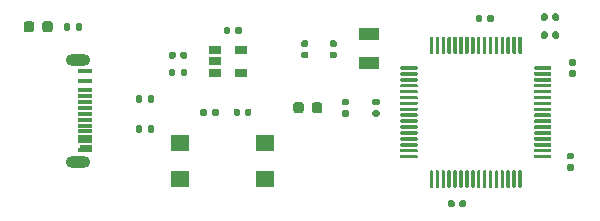
<source format=gtp>
%TF.GenerationSoftware,KiCad,Pcbnew,5.1.9+dfsg1-1*%
%TF.CreationDate,2022-01-14T18:58:44-05:00*%
%TF.ProjectId,samd51j18a,73616d64-3531-46a3-9138-612e6b696361,rev?*%
%TF.SameCoordinates,Original*%
%TF.FileFunction,Paste,Top*%
%TF.FilePolarity,Positive*%
%FSLAX46Y46*%
G04 Gerber Fmt 4.6, Leading zero omitted, Abs format (unit mm)*
G04 Created by KiCad (PCBNEW 5.1.9+dfsg1-1) date 2022-01-14 18:58:44*
%MOMM*%
%LPD*%
G01*
G04 APERTURE LIST*
%ADD10R,1.150000X0.300000*%
%ADD11O,2.100000X1.000000*%
%ADD12R,1.086500X0.300000*%
%ADD13R,1.800000X1.000000*%
%ADD14R,1.060000X0.650000*%
%ADD15R,1.600000X1.400000*%
G04 APERTURE END LIST*
D10*
%TO.C,USB C*%
X107140000Y-78089500D03*
X107140000Y-77289500D03*
D11*
X106565000Y-70419500D03*
X106565000Y-79059500D03*
D10*
X107140000Y-76489500D03*
X107140000Y-75989500D03*
X107140000Y-75489500D03*
X107140000Y-74989500D03*
X107140000Y-74489500D03*
X107140000Y-73989500D03*
X107140000Y-73489500D03*
X107140000Y-72989500D03*
D12*
X107171750Y-77789500D03*
D10*
X107140000Y-76989500D03*
X107140000Y-72189500D03*
X107140000Y-71389500D03*
%TD*%
D13*
%TO.C,Y1*%
X131127500Y-70719000D03*
X131127500Y-68219000D03*
%TD*%
D14*
%TO.C,U2*%
X120289500Y-69598500D03*
X120289500Y-71498500D03*
X118089500Y-71498500D03*
X118089500Y-70548500D03*
X118089500Y-69598500D03*
%TD*%
%TO.C,U1*%
G36*
G01*
X136308000Y-69866500D02*
X136308000Y-68541500D01*
G75*
G02*
X136383000Y-68466500I75000J0D01*
G01*
X136533000Y-68466500D01*
G75*
G02*
X136608000Y-68541500I0J-75000D01*
G01*
X136608000Y-69866500D01*
G75*
G02*
X136533000Y-69941500I-75000J0D01*
G01*
X136383000Y-69941500D01*
G75*
G02*
X136308000Y-69866500I0J75000D01*
G01*
G37*
G36*
G01*
X136808000Y-69866500D02*
X136808000Y-68541500D01*
G75*
G02*
X136883000Y-68466500I75000J0D01*
G01*
X137033000Y-68466500D01*
G75*
G02*
X137108000Y-68541500I0J-75000D01*
G01*
X137108000Y-69866500D01*
G75*
G02*
X137033000Y-69941500I-75000J0D01*
G01*
X136883000Y-69941500D01*
G75*
G02*
X136808000Y-69866500I0J75000D01*
G01*
G37*
G36*
G01*
X137308000Y-69866500D02*
X137308000Y-68541500D01*
G75*
G02*
X137383000Y-68466500I75000J0D01*
G01*
X137533000Y-68466500D01*
G75*
G02*
X137608000Y-68541500I0J-75000D01*
G01*
X137608000Y-69866500D01*
G75*
G02*
X137533000Y-69941500I-75000J0D01*
G01*
X137383000Y-69941500D01*
G75*
G02*
X137308000Y-69866500I0J75000D01*
G01*
G37*
G36*
G01*
X137808000Y-69866500D02*
X137808000Y-68541500D01*
G75*
G02*
X137883000Y-68466500I75000J0D01*
G01*
X138033000Y-68466500D01*
G75*
G02*
X138108000Y-68541500I0J-75000D01*
G01*
X138108000Y-69866500D01*
G75*
G02*
X138033000Y-69941500I-75000J0D01*
G01*
X137883000Y-69941500D01*
G75*
G02*
X137808000Y-69866500I0J75000D01*
G01*
G37*
G36*
G01*
X138308000Y-69866500D02*
X138308000Y-68541500D01*
G75*
G02*
X138383000Y-68466500I75000J0D01*
G01*
X138533000Y-68466500D01*
G75*
G02*
X138608000Y-68541500I0J-75000D01*
G01*
X138608000Y-69866500D01*
G75*
G02*
X138533000Y-69941500I-75000J0D01*
G01*
X138383000Y-69941500D01*
G75*
G02*
X138308000Y-69866500I0J75000D01*
G01*
G37*
G36*
G01*
X138808000Y-69866500D02*
X138808000Y-68541500D01*
G75*
G02*
X138883000Y-68466500I75000J0D01*
G01*
X139033000Y-68466500D01*
G75*
G02*
X139108000Y-68541500I0J-75000D01*
G01*
X139108000Y-69866500D01*
G75*
G02*
X139033000Y-69941500I-75000J0D01*
G01*
X138883000Y-69941500D01*
G75*
G02*
X138808000Y-69866500I0J75000D01*
G01*
G37*
G36*
G01*
X139308000Y-69866500D02*
X139308000Y-68541500D01*
G75*
G02*
X139383000Y-68466500I75000J0D01*
G01*
X139533000Y-68466500D01*
G75*
G02*
X139608000Y-68541500I0J-75000D01*
G01*
X139608000Y-69866500D01*
G75*
G02*
X139533000Y-69941500I-75000J0D01*
G01*
X139383000Y-69941500D01*
G75*
G02*
X139308000Y-69866500I0J75000D01*
G01*
G37*
G36*
G01*
X139808000Y-69866500D02*
X139808000Y-68541500D01*
G75*
G02*
X139883000Y-68466500I75000J0D01*
G01*
X140033000Y-68466500D01*
G75*
G02*
X140108000Y-68541500I0J-75000D01*
G01*
X140108000Y-69866500D01*
G75*
G02*
X140033000Y-69941500I-75000J0D01*
G01*
X139883000Y-69941500D01*
G75*
G02*
X139808000Y-69866500I0J75000D01*
G01*
G37*
G36*
G01*
X140308000Y-69866500D02*
X140308000Y-68541500D01*
G75*
G02*
X140383000Y-68466500I75000J0D01*
G01*
X140533000Y-68466500D01*
G75*
G02*
X140608000Y-68541500I0J-75000D01*
G01*
X140608000Y-69866500D01*
G75*
G02*
X140533000Y-69941500I-75000J0D01*
G01*
X140383000Y-69941500D01*
G75*
G02*
X140308000Y-69866500I0J75000D01*
G01*
G37*
G36*
G01*
X140808000Y-69866500D02*
X140808000Y-68541500D01*
G75*
G02*
X140883000Y-68466500I75000J0D01*
G01*
X141033000Y-68466500D01*
G75*
G02*
X141108000Y-68541500I0J-75000D01*
G01*
X141108000Y-69866500D01*
G75*
G02*
X141033000Y-69941500I-75000J0D01*
G01*
X140883000Y-69941500D01*
G75*
G02*
X140808000Y-69866500I0J75000D01*
G01*
G37*
G36*
G01*
X141308000Y-69866500D02*
X141308000Y-68541500D01*
G75*
G02*
X141383000Y-68466500I75000J0D01*
G01*
X141533000Y-68466500D01*
G75*
G02*
X141608000Y-68541500I0J-75000D01*
G01*
X141608000Y-69866500D01*
G75*
G02*
X141533000Y-69941500I-75000J0D01*
G01*
X141383000Y-69941500D01*
G75*
G02*
X141308000Y-69866500I0J75000D01*
G01*
G37*
G36*
G01*
X141808000Y-69866500D02*
X141808000Y-68541500D01*
G75*
G02*
X141883000Y-68466500I75000J0D01*
G01*
X142033000Y-68466500D01*
G75*
G02*
X142108000Y-68541500I0J-75000D01*
G01*
X142108000Y-69866500D01*
G75*
G02*
X142033000Y-69941500I-75000J0D01*
G01*
X141883000Y-69941500D01*
G75*
G02*
X141808000Y-69866500I0J75000D01*
G01*
G37*
G36*
G01*
X142308000Y-69866500D02*
X142308000Y-68541500D01*
G75*
G02*
X142383000Y-68466500I75000J0D01*
G01*
X142533000Y-68466500D01*
G75*
G02*
X142608000Y-68541500I0J-75000D01*
G01*
X142608000Y-69866500D01*
G75*
G02*
X142533000Y-69941500I-75000J0D01*
G01*
X142383000Y-69941500D01*
G75*
G02*
X142308000Y-69866500I0J75000D01*
G01*
G37*
G36*
G01*
X142808000Y-69866500D02*
X142808000Y-68541500D01*
G75*
G02*
X142883000Y-68466500I75000J0D01*
G01*
X143033000Y-68466500D01*
G75*
G02*
X143108000Y-68541500I0J-75000D01*
G01*
X143108000Y-69866500D01*
G75*
G02*
X143033000Y-69941500I-75000J0D01*
G01*
X142883000Y-69941500D01*
G75*
G02*
X142808000Y-69866500I0J75000D01*
G01*
G37*
G36*
G01*
X143308000Y-69866500D02*
X143308000Y-68541500D01*
G75*
G02*
X143383000Y-68466500I75000J0D01*
G01*
X143533000Y-68466500D01*
G75*
G02*
X143608000Y-68541500I0J-75000D01*
G01*
X143608000Y-69866500D01*
G75*
G02*
X143533000Y-69941500I-75000J0D01*
G01*
X143383000Y-69941500D01*
G75*
G02*
X143308000Y-69866500I0J75000D01*
G01*
G37*
G36*
G01*
X143808000Y-69866500D02*
X143808000Y-68541500D01*
G75*
G02*
X143883000Y-68466500I75000J0D01*
G01*
X144033000Y-68466500D01*
G75*
G02*
X144108000Y-68541500I0J-75000D01*
G01*
X144108000Y-69866500D01*
G75*
G02*
X144033000Y-69941500I-75000J0D01*
G01*
X143883000Y-69941500D01*
G75*
G02*
X143808000Y-69866500I0J75000D01*
G01*
G37*
G36*
G01*
X145133000Y-71191500D02*
X145133000Y-71041500D01*
G75*
G02*
X145208000Y-70966500I75000J0D01*
G01*
X146533000Y-70966500D01*
G75*
G02*
X146608000Y-71041500I0J-75000D01*
G01*
X146608000Y-71191500D01*
G75*
G02*
X146533000Y-71266500I-75000J0D01*
G01*
X145208000Y-71266500D01*
G75*
G02*
X145133000Y-71191500I0J75000D01*
G01*
G37*
G36*
G01*
X145133000Y-71691500D02*
X145133000Y-71541500D01*
G75*
G02*
X145208000Y-71466500I75000J0D01*
G01*
X146533000Y-71466500D01*
G75*
G02*
X146608000Y-71541500I0J-75000D01*
G01*
X146608000Y-71691500D01*
G75*
G02*
X146533000Y-71766500I-75000J0D01*
G01*
X145208000Y-71766500D01*
G75*
G02*
X145133000Y-71691500I0J75000D01*
G01*
G37*
G36*
G01*
X145133000Y-72191500D02*
X145133000Y-72041500D01*
G75*
G02*
X145208000Y-71966500I75000J0D01*
G01*
X146533000Y-71966500D01*
G75*
G02*
X146608000Y-72041500I0J-75000D01*
G01*
X146608000Y-72191500D01*
G75*
G02*
X146533000Y-72266500I-75000J0D01*
G01*
X145208000Y-72266500D01*
G75*
G02*
X145133000Y-72191500I0J75000D01*
G01*
G37*
G36*
G01*
X145133000Y-72691500D02*
X145133000Y-72541500D01*
G75*
G02*
X145208000Y-72466500I75000J0D01*
G01*
X146533000Y-72466500D01*
G75*
G02*
X146608000Y-72541500I0J-75000D01*
G01*
X146608000Y-72691500D01*
G75*
G02*
X146533000Y-72766500I-75000J0D01*
G01*
X145208000Y-72766500D01*
G75*
G02*
X145133000Y-72691500I0J75000D01*
G01*
G37*
G36*
G01*
X145133000Y-73191500D02*
X145133000Y-73041500D01*
G75*
G02*
X145208000Y-72966500I75000J0D01*
G01*
X146533000Y-72966500D01*
G75*
G02*
X146608000Y-73041500I0J-75000D01*
G01*
X146608000Y-73191500D01*
G75*
G02*
X146533000Y-73266500I-75000J0D01*
G01*
X145208000Y-73266500D01*
G75*
G02*
X145133000Y-73191500I0J75000D01*
G01*
G37*
G36*
G01*
X145133000Y-73691500D02*
X145133000Y-73541500D01*
G75*
G02*
X145208000Y-73466500I75000J0D01*
G01*
X146533000Y-73466500D01*
G75*
G02*
X146608000Y-73541500I0J-75000D01*
G01*
X146608000Y-73691500D01*
G75*
G02*
X146533000Y-73766500I-75000J0D01*
G01*
X145208000Y-73766500D01*
G75*
G02*
X145133000Y-73691500I0J75000D01*
G01*
G37*
G36*
G01*
X145133000Y-74191500D02*
X145133000Y-74041500D01*
G75*
G02*
X145208000Y-73966500I75000J0D01*
G01*
X146533000Y-73966500D01*
G75*
G02*
X146608000Y-74041500I0J-75000D01*
G01*
X146608000Y-74191500D01*
G75*
G02*
X146533000Y-74266500I-75000J0D01*
G01*
X145208000Y-74266500D01*
G75*
G02*
X145133000Y-74191500I0J75000D01*
G01*
G37*
G36*
G01*
X145133000Y-74691500D02*
X145133000Y-74541500D01*
G75*
G02*
X145208000Y-74466500I75000J0D01*
G01*
X146533000Y-74466500D01*
G75*
G02*
X146608000Y-74541500I0J-75000D01*
G01*
X146608000Y-74691500D01*
G75*
G02*
X146533000Y-74766500I-75000J0D01*
G01*
X145208000Y-74766500D01*
G75*
G02*
X145133000Y-74691500I0J75000D01*
G01*
G37*
G36*
G01*
X145133000Y-75191500D02*
X145133000Y-75041500D01*
G75*
G02*
X145208000Y-74966500I75000J0D01*
G01*
X146533000Y-74966500D01*
G75*
G02*
X146608000Y-75041500I0J-75000D01*
G01*
X146608000Y-75191500D01*
G75*
G02*
X146533000Y-75266500I-75000J0D01*
G01*
X145208000Y-75266500D01*
G75*
G02*
X145133000Y-75191500I0J75000D01*
G01*
G37*
G36*
G01*
X145133000Y-75691500D02*
X145133000Y-75541500D01*
G75*
G02*
X145208000Y-75466500I75000J0D01*
G01*
X146533000Y-75466500D01*
G75*
G02*
X146608000Y-75541500I0J-75000D01*
G01*
X146608000Y-75691500D01*
G75*
G02*
X146533000Y-75766500I-75000J0D01*
G01*
X145208000Y-75766500D01*
G75*
G02*
X145133000Y-75691500I0J75000D01*
G01*
G37*
G36*
G01*
X145133000Y-76191500D02*
X145133000Y-76041500D01*
G75*
G02*
X145208000Y-75966500I75000J0D01*
G01*
X146533000Y-75966500D01*
G75*
G02*
X146608000Y-76041500I0J-75000D01*
G01*
X146608000Y-76191500D01*
G75*
G02*
X146533000Y-76266500I-75000J0D01*
G01*
X145208000Y-76266500D01*
G75*
G02*
X145133000Y-76191500I0J75000D01*
G01*
G37*
G36*
G01*
X145133000Y-76691500D02*
X145133000Y-76541500D01*
G75*
G02*
X145208000Y-76466500I75000J0D01*
G01*
X146533000Y-76466500D01*
G75*
G02*
X146608000Y-76541500I0J-75000D01*
G01*
X146608000Y-76691500D01*
G75*
G02*
X146533000Y-76766500I-75000J0D01*
G01*
X145208000Y-76766500D01*
G75*
G02*
X145133000Y-76691500I0J75000D01*
G01*
G37*
G36*
G01*
X145133000Y-77191500D02*
X145133000Y-77041500D01*
G75*
G02*
X145208000Y-76966500I75000J0D01*
G01*
X146533000Y-76966500D01*
G75*
G02*
X146608000Y-77041500I0J-75000D01*
G01*
X146608000Y-77191500D01*
G75*
G02*
X146533000Y-77266500I-75000J0D01*
G01*
X145208000Y-77266500D01*
G75*
G02*
X145133000Y-77191500I0J75000D01*
G01*
G37*
G36*
G01*
X145133000Y-77691500D02*
X145133000Y-77541500D01*
G75*
G02*
X145208000Y-77466500I75000J0D01*
G01*
X146533000Y-77466500D01*
G75*
G02*
X146608000Y-77541500I0J-75000D01*
G01*
X146608000Y-77691500D01*
G75*
G02*
X146533000Y-77766500I-75000J0D01*
G01*
X145208000Y-77766500D01*
G75*
G02*
X145133000Y-77691500I0J75000D01*
G01*
G37*
G36*
G01*
X145133000Y-78191500D02*
X145133000Y-78041500D01*
G75*
G02*
X145208000Y-77966500I75000J0D01*
G01*
X146533000Y-77966500D01*
G75*
G02*
X146608000Y-78041500I0J-75000D01*
G01*
X146608000Y-78191500D01*
G75*
G02*
X146533000Y-78266500I-75000J0D01*
G01*
X145208000Y-78266500D01*
G75*
G02*
X145133000Y-78191500I0J75000D01*
G01*
G37*
G36*
G01*
X145133000Y-78691500D02*
X145133000Y-78541500D01*
G75*
G02*
X145208000Y-78466500I75000J0D01*
G01*
X146533000Y-78466500D01*
G75*
G02*
X146608000Y-78541500I0J-75000D01*
G01*
X146608000Y-78691500D01*
G75*
G02*
X146533000Y-78766500I-75000J0D01*
G01*
X145208000Y-78766500D01*
G75*
G02*
X145133000Y-78691500I0J75000D01*
G01*
G37*
G36*
G01*
X143808000Y-81191500D02*
X143808000Y-79866500D01*
G75*
G02*
X143883000Y-79791500I75000J0D01*
G01*
X144033000Y-79791500D01*
G75*
G02*
X144108000Y-79866500I0J-75000D01*
G01*
X144108000Y-81191500D01*
G75*
G02*
X144033000Y-81266500I-75000J0D01*
G01*
X143883000Y-81266500D01*
G75*
G02*
X143808000Y-81191500I0J75000D01*
G01*
G37*
G36*
G01*
X143308000Y-81191500D02*
X143308000Y-79866500D01*
G75*
G02*
X143383000Y-79791500I75000J0D01*
G01*
X143533000Y-79791500D01*
G75*
G02*
X143608000Y-79866500I0J-75000D01*
G01*
X143608000Y-81191500D01*
G75*
G02*
X143533000Y-81266500I-75000J0D01*
G01*
X143383000Y-81266500D01*
G75*
G02*
X143308000Y-81191500I0J75000D01*
G01*
G37*
G36*
G01*
X142808000Y-81191500D02*
X142808000Y-79866500D01*
G75*
G02*
X142883000Y-79791500I75000J0D01*
G01*
X143033000Y-79791500D01*
G75*
G02*
X143108000Y-79866500I0J-75000D01*
G01*
X143108000Y-81191500D01*
G75*
G02*
X143033000Y-81266500I-75000J0D01*
G01*
X142883000Y-81266500D01*
G75*
G02*
X142808000Y-81191500I0J75000D01*
G01*
G37*
G36*
G01*
X142308000Y-81191500D02*
X142308000Y-79866500D01*
G75*
G02*
X142383000Y-79791500I75000J0D01*
G01*
X142533000Y-79791500D01*
G75*
G02*
X142608000Y-79866500I0J-75000D01*
G01*
X142608000Y-81191500D01*
G75*
G02*
X142533000Y-81266500I-75000J0D01*
G01*
X142383000Y-81266500D01*
G75*
G02*
X142308000Y-81191500I0J75000D01*
G01*
G37*
G36*
G01*
X141808000Y-81191500D02*
X141808000Y-79866500D01*
G75*
G02*
X141883000Y-79791500I75000J0D01*
G01*
X142033000Y-79791500D01*
G75*
G02*
X142108000Y-79866500I0J-75000D01*
G01*
X142108000Y-81191500D01*
G75*
G02*
X142033000Y-81266500I-75000J0D01*
G01*
X141883000Y-81266500D01*
G75*
G02*
X141808000Y-81191500I0J75000D01*
G01*
G37*
G36*
G01*
X141308000Y-81191500D02*
X141308000Y-79866500D01*
G75*
G02*
X141383000Y-79791500I75000J0D01*
G01*
X141533000Y-79791500D01*
G75*
G02*
X141608000Y-79866500I0J-75000D01*
G01*
X141608000Y-81191500D01*
G75*
G02*
X141533000Y-81266500I-75000J0D01*
G01*
X141383000Y-81266500D01*
G75*
G02*
X141308000Y-81191500I0J75000D01*
G01*
G37*
G36*
G01*
X140808000Y-81191500D02*
X140808000Y-79866500D01*
G75*
G02*
X140883000Y-79791500I75000J0D01*
G01*
X141033000Y-79791500D01*
G75*
G02*
X141108000Y-79866500I0J-75000D01*
G01*
X141108000Y-81191500D01*
G75*
G02*
X141033000Y-81266500I-75000J0D01*
G01*
X140883000Y-81266500D01*
G75*
G02*
X140808000Y-81191500I0J75000D01*
G01*
G37*
G36*
G01*
X140308000Y-81191500D02*
X140308000Y-79866500D01*
G75*
G02*
X140383000Y-79791500I75000J0D01*
G01*
X140533000Y-79791500D01*
G75*
G02*
X140608000Y-79866500I0J-75000D01*
G01*
X140608000Y-81191500D01*
G75*
G02*
X140533000Y-81266500I-75000J0D01*
G01*
X140383000Y-81266500D01*
G75*
G02*
X140308000Y-81191500I0J75000D01*
G01*
G37*
G36*
G01*
X139808000Y-81191500D02*
X139808000Y-79866500D01*
G75*
G02*
X139883000Y-79791500I75000J0D01*
G01*
X140033000Y-79791500D01*
G75*
G02*
X140108000Y-79866500I0J-75000D01*
G01*
X140108000Y-81191500D01*
G75*
G02*
X140033000Y-81266500I-75000J0D01*
G01*
X139883000Y-81266500D01*
G75*
G02*
X139808000Y-81191500I0J75000D01*
G01*
G37*
G36*
G01*
X139308000Y-81191500D02*
X139308000Y-79866500D01*
G75*
G02*
X139383000Y-79791500I75000J0D01*
G01*
X139533000Y-79791500D01*
G75*
G02*
X139608000Y-79866500I0J-75000D01*
G01*
X139608000Y-81191500D01*
G75*
G02*
X139533000Y-81266500I-75000J0D01*
G01*
X139383000Y-81266500D01*
G75*
G02*
X139308000Y-81191500I0J75000D01*
G01*
G37*
G36*
G01*
X138808000Y-81191500D02*
X138808000Y-79866500D01*
G75*
G02*
X138883000Y-79791500I75000J0D01*
G01*
X139033000Y-79791500D01*
G75*
G02*
X139108000Y-79866500I0J-75000D01*
G01*
X139108000Y-81191500D01*
G75*
G02*
X139033000Y-81266500I-75000J0D01*
G01*
X138883000Y-81266500D01*
G75*
G02*
X138808000Y-81191500I0J75000D01*
G01*
G37*
G36*
G01*
X138308000Y-81191500D02*
X138308000Y-79866500D01*
G75*
G02*
X138383000Y-79791500I75000J0D01*
G01*
X138533000Y-79791500D01*
G75*
G02*
X138608000Y-79866500I0J-75000D01*
G01*
X138608000Y-81191500D01*
G75*
G02*
X138533000Y-81266500I-75000J0D01*
G01*
X138383000Y-81266500D01*
G75*
G02*
X138308000Y-81191500I0J75000D01*
G01*
G37*
G36*
G01*
X137808000Y-81191500D02*
X137808000Y-79866500D01*
G75*
G02*
X137883000Y-79791500I75000J0D01*
G01*
X138033000Y-79791500D01*
G75*
G02*
X138108000Y-79866500I0J-75000D01*
G01*
X138108000Y-81191500D01*
G75*
G02*
X138033000Y-81266500I-75000J0D01*
G01*
X137883000Y-81266500D01*
G75*
G02*
X137808000Y-81191500I0J75000D01*
G01*
G37*
G36*
G01*
X137308000Y-81191500D02*
X137308000Y-79866500D01*
G75*
G02*
X137383000Y-79791500I75000J0D01*
G01*
X137533000Y-79791500D01*
G75*
G02*
X137608000Y-79866500I0J-75000D01*
G01*
X137608000Y-81191500D01*
G75*
G02*
X137533000Y-81266500I-75000J0D01*
G01*
X137383000Y-81266500D01*
G75*
G02*
X137308000Y-81191500I0J75000D01*
G01*
G37*
G36*
G01*
X136808000Y-81191500D02*
X136808000Y-79866500D01*
G75*
G02*
X136883000Y-79791500I75000J0D01*
G01*
X137033000Y-79791500D01*
G75*
G02*
X137108000Y-79866500I0J-75000D01*
G01*
X137108000Y-81191500D01*
G75*
G02*
X137033000Y-81266500I-75000J0D01*
G01*
X136883000Y-81266500D01*
G75*
G02*
X136808000Y-81191500I0J75000D01*
G01*
G37*
G36*
G01*
X136308000Y-81191500D02*
X136308000Y-79866500D01*
G75*
G02*
X136383000Y-79791500I75000J0D01*
G01*
X136533000Y-79791500D01*
G75*
G02*
X136608000Y-79866500I0J-75000D01*
G01*
X136608000Y-81191500D01*
G75*
G02*
X136533000Y-81266500I-75000J0D01*
G01*
X136383000Y-81266500D01*
G75*
G02*
X136308000Y-81191500I0J75000D01*
G01*
G37*
G36*
G01*
X133808000Y-78691500D02*
X133808000Y-78541500D01*
G75*
G02*
X133883000Y-78466500I75000J0D01*
G01*
X135208000Y-78466500D01*
G75*
G02*
X135283000Y-78541500I0J-75000D01*
G01*
X135283000Y-78691500D01*
G75*
G02*
X135208000Y-78766500I-75000J0D01*
G01*
X133883000Y-78766500D01*
G75*
G02*
X133808000Y-78691500I0J75000D01*
G01*
G37*
G36*
G01*
X133808000Y-78191500D02*
X133808000Y-78041500D01*
G75*
G02*
X133883000Y-77966500I75000J0D01*
G01*
X135208000Y-77966500D01*
G75*
G02*
X135283000Y-78041500I0J-75000D01*
G01*
X135283000Y-78191500D01*
G75*
G02*
X135208000Y-78266500I-75000J0D01*
G01*
X133883000Y-78266500D01*
G75*
G02*
X133808000Y-78191500I0J75000D01*
G01*
G37*
G36*
G01*
X133808000Y-77691500D02*
X133808000Y-77541500D01*
G75*
G02*
X133883000Y-77466500I75000J0D01*
G01*
X135208000Y-77466500D01*
G75*
G02*
X135283000Y-77541500I0J-75000D01*
G01*
X135283000Y-77691500D01*
G75*
G02*
X135208000Y-77766500I-75000J0D01*
G01*
X133883000Y-77766500D01*
G75*
G02*
X133808000Y-77691500I0J75000D01*
G01*
G37*
G36*
G01*
X133808000Y-77191500D02*
X133808000Y-77041500D01*
G75*
G02*
X133883000Y-76966500I75000J0D01*
G01*
X135208000Y-76966500D01*
G75*
G02*
X135283000Y-77041500I0J-75000D01*
G01*
X135283000Y-77191500D01*
G75*
G02*
X135208000Y-77266500I-75000J0D01*
G01*
X133883000Y-77266500D01*
G75*
G02*
X133808000Y-77191500I0J75000D01*
G01*
G37*
G36*
G01*
X133808000Y-76691500D02*
X133808000Y-76541500D01*
G75*
G02*
X133883000Y-76466500I75000J0D01*
G01*
X135208000Y-76466500D01*
G75*
G02*
X135283000Y-76541500I0J-75000D01*
G01*
X135283000Y-76691500D01*
G75*
G02*
X135208000Y-76766500I-75000J0D01*
G01*
X133883000Y-76766500D01*
G75*
G02*
X133808000Y-76691500I0J75000D01*
G01*
G37*
G36*
G01*
X133808000Y-76191500D02*
X133808000Y-76041500D01*
G75*
G02*
X133883000Y-75966500I75000J0D01*
G01*
X135208000Y-75966500D01*
G75*
G02*
X135283000Y-76041500I0J-75000D01*
G01*
X135283000Y-76191500D01*
G75*
G02*
X135208000Y-76266500I-75000J0D01*
G01*
X133883000Y-76266500D01*
G75*
G02*
X133808000Y-76191500I0J75000D01*
G01*
G37*
G36*
G01*
X133808000Y-75691500D02*
X133808000Y-75541500D01*
G75*
G02*
X133883000Y-75466500I75000J0D01*
G01*
X135208000Y-75466500D01*
G75*
G02*
X135283000Y-75541500I0J-75000D01*
G01*
X135283000Y-75691500D01*
G75*
G02*
X135208000Y-75766500I-75000J0D01*
G01*
X133883000Y-75766500D01*
G75*
G02*
X133808000Y-75691500I0J75000D01*
G01*
G37*
G36*
G01*
X133808000Y-75191500D02*
X133808000Y-75041500D01*
G75*
G02*
X133883000Y-74966500I75000J0D01*
G01*
X135208000Y-74966500D01*
G75*
G02*
X135283000Y-75041500I0J-75000D01*
G01*
X135283000Y-75191500D01*
G75*
G02*
X135208000Y-75266500I-75000J0D01*
G01*
X133883000Y-75266500D01*
G75*
G02*
X133808000Y-75191500I0J75000D01*
G01*
G37*
G36*
G01*
X133808000Y-74691500D02*
X133808000Y-74541500D01*
G75*
G02*
X133883000Y-74466500I75000J0D01*
G01*
X135208000Y-74466500D01*
G75*
G02*
X135283000Y-74541500I0J-75000D01*
G01*
X135283000Y-74691500D01*
G75*
G02*
X135208000Y-74766500I-75000J0D01*
G01*
X133883000Y-74766500D01*
G75*
G02*
X133808000Y-74691500I0J75000D01*
G01*
G37*
G36*
G01*
X133808000Y-74191500D02*
X133808000Y-74041500D01*
G75*
G02*
X133883000Y-73966500I75000J0D01*
G01*
X135208000Y-73966500D01*
G75*
G02*
X135283000Y-74041500I0J-75000D01*
G01*
X135283000Y-74191500D01*
G75*
G02*
X135208000Y-74266500I-75000J0D01*
G01*
X133883000Y-74266500D01*
G75*
G02*
X133808000Y-74191500I0J75000D01*
G01*
G37*
G36*
G01*
X133808000Y-73691500D02*
X133808000Y-73541500D01*
G75*
G02*
X133883000Y-73466500I75000J0D01*
G01*
X135208000Y-73466500D01*
G75*
G02*
X135283000Y-73541500I0J-75000D01*
G01*
X135283000Y-73691500D01*
G75*
G02*
X135208000Y-73766500I-75000J0D01*
G01*
X133883000Y-73766500D01*
G75*
G02*
X133808000Y-73691500I0J75000D01*
G01*
G37*
G36*
G01*
X133808000Y-73191500D02*
X133808000Y-73041500D01*
G75*
G02*
X133883000Y-72966500I75000J0D01*
G01*
X135208000Y-72966500D01*
G75*
G02*
X135283000Y-73041500I0J-75000D01*
G01*
X135283000Y-73191500D01*
G75*
G02*
X135208000Y-73266500I-75000J0D01*
G01*
X133883000Y-73266500D01*
G75*
G02*
X133808000Y-73191500I0J75000D01*
G01*
G37*
G36*
G01*
X133808000Y-72691500D02*
X133808000Y-72541500D01*
G75*
G02*
X133883000Y-72466500I75000J0D01*
G01*
X135208000Y-72466500D01*
G75*
G02*
X135283000Y-72541500I0J-75000D01*
G01*
X135283000Y-72691500D01*
G75*
G02*
X135208000Y-72766500I-75000J0D01*
G01*
X133883000Y-72766500D01*
G75*
G02*
X133808000Y-72691500I0J75000D01*
G01*
G37*
G36*
G01*
X133808000Y-72191500D02*
X133808000Y-72041500D01*
G75*
G02*
X133883000Y-71966500I75000J0D01*
G01*
X135208000Y-71966500D01*
G75*
G02*
X135283000Y-72041500I0J-75000D01*
G01*
X135283000Y-72191500D01*
G75*
G02*
X135208000Y-72266500I-75000J0D01*
G01*
X133883000Y-72266500D01*
G75*
G02*
X133808000Y-72191500I0J75000D01*
G01*
G37*
G36*
G01*
X133808000Y-71691500D02*
X133808000Y-71541500D01*
G75*
G02*
X133883000Y-71466500I75000J0D01*
G01*
X135208000Y-71466500D01*
G75*
G02*
X135283000Y-71541500I0J-75000D01*
G01*
X135283000Y-71691500D01*
G75*
G02*
X135208000Y-71766500I-75000J0D01*
G01*
X133883000Y-71766500D01*
G75*
G02*
X133808000Y-71691500I0J75000D01*
G01*
G37*
G36*
G01*
X133808000Y-71191500D02*
X133808000Y-71041500D01*
G75*
G02*
X133883000Y-70966500I75000J0D01*
G01*
X135208000Y-70966500D01*
G75*
G02*
X135283000Y-71041500I0J-75000D01*
G01*
X135283000Y-71191500D01*
G75*
G02*
X135208000Y-71266500I-75000J0D01*
G01*
X133883000Y-71266500D01*
G75*
G02*
X133808000Y-71191500I0J75000D01*
G01*
G37*
%TD*%
D15*
%TO.C,RESET*%
X122368500Y-80480000D03*
X115168500Y-80480000D03*
X122368500Y-77480000D03*
X115168500Y-77480000D03*
%TD*%
%TO.C,R5*%
G36*
G01*
X117905500Y-75051500D02*
X117905500Y-74681500D01*
G75*
G02*
X118040500Y-74546500I135000J0D01*
G01*
X118310500Y-74546500D01*
G75*
G02*
X118445500Y-74681500I0J-135000D01*
G01*
X118445500Y-75051500D01*
G75*
G02*
X118310500Y-75186500I-135000J0D01*
G01*
X118040500Y-75186500D01*
G75*
G02*
X117905500Y-75051500I0J135000D01*
G01*
G37*
G36*
G01*
X116885500Y-75051500D02*
X116885500Y-74681500D01*
G75*
G02*
X117020500Y-74546500I135000J0D01*
G01*
X117290500Y-74546500D01*
G75*
G02*
X117425500Y-74681500I0J-135000D01*
G01*
X117425500Y-75051500D01*
G75*
G02*
X117290500Y-75186500I-135000J0D01*
G01*
X117020500Y-75186500D01*
G75*
G02*
X116885500Y-75051500I0J135000D01*
G01*
G37*
%TD*%
%TO.C,R4*%
G36*
G01*
X105868500Y-67442500D02*
X105868500Y-67812500D01*
G75*
G02*
X105733500Y-67947500I-135000J0D01*
G01*
X105463500Y-67947500D01*
G75*
G02*
X105328500Y-67812500I0J135000D01*
G01*
X105328500Y-67442500D01*
G75*
G02*
X105463500Y-67307500I135000J0D01*
G01*
X105733500Y-67307500D01*
G75*
G02*
X105868500Y-67442500I0J-135000D01*
G01*
G37*
G36*
G01*
X106888500Y-67442500D02*
X106888500Y-67812500D01*
G75*
G02*
X106753500Y-67947500I-135000J0D01*
G01*
X106483500Y-67947500D01*
G75*
G02*
X106348500Y-67812500I0J135000D01*
G01*
X106348500Y-67442500D01*
G75*
G02*
X106483500Y-67307500I135000J0D01*
G01*
X106753500Y-67307500D01*
G75*
G02*
X106888500Y-67442500I0J-135000D01*
G01*
G37*
%TD*%
%TO.C,R3*%
G36*
G01*
X114758500Y-71316000D02*
X114758500Y-71686000D01*
G75*
G02*
X114623500Y-71821000I-135000J0D01*
G01*
X114353500Y-71821000D01*
G75*
G02*
X114218500Y-71686000I0J135000D01*
G01*
X114218500Y-71316000D01*
G75*
G02*
X114353500Y-71181000I135000J0D01*
G01*
X114623500Y-71181000D01*
G75*
G02*
X114758500Y-71316000I0J-135000D01*
G01*
G37*
G36*
G01*
X115778500Y-71316000D02*
X115778500Y-71686000D01*
G75*
G02*
X115643500Y-71821000I-135000J0D01*
G01*
X115373500Y-71821000D01*
G75*
G02*
X115238500Y-71686000I0J135000D01*
G01*
X115238500Y-71316000D01*
G75*
G02*
X115373500Y-71181000I135000J0D01*
G01*
X115643500Y-71181000D01*
G75*
G02*
X115778500Y-71316000I0J-135000D01*
G01*
G37*
%TD*%
%TO.C,R2*%
G36*
G01*
X111964500Y-73538500D02*
X111964500Y-73908500D01*
G75*
G02*
X111829500Y-74043500I-135000J0D01*
G01*
X111559500Y-74043500D01*
G75*
G02*
X111424500Y-73908500I0J135000D01*
G01*
X111424500Y-73538500D01*
G75*
G02*
X111559500Y-73403500I135000J0D01*
G01*
X111829500Y-73403500D01*
G75*
G02*
X111964500Y-73538500I0J-135000D01*
G01*
G37*
G36*
G01*
X112984500Y-73538500D02*
X112984500Y-73908500D01*
G75*
G02*
X112849500Y-74043500I-135000J0D01*
G01*
X112579500Y-74043500D01*
G75*
G02*
X112444500Y-73908500I0J135000D01*
G01*
X112444500Y-73538500D01*
G75*
G02*
X112579500Y-73403500I135000J0D01*
G01*
X112849500Y-73403500D01*
G75*
G02*
X112984500Y-73538500I0J-135000D01*
G01*
G37*
%TD*%
%TO.C,R1*%
G36*
G01*
X111964500Y-76078500D02*
X111964500Y-76448500D01*
G75*
G02*
X111829500Y-76583500I-135000J0D01*
G01*
X111559500Y-76583500D01*
G75*
G02*
X111424500Y-76448500I0J135000D01*
G01*
X111424500Y-76078500D01*
G75*
G02*
X111559500Y-75943500I135000J0D01*
G01*
X111829500Y-75943500D01*
G75*
G02*
X111964500Y-76078500I0J-135000D01*
G01*
G37*
G36*
G01*
X112984500Y-76078500D02*
X112984500Y-76448500D01*
G75*
G02*
X112849500Y-76583500I-135000J0D01*
G01*
X112579500Y-76583500D01*
G75*
G02*
X112444500Y-76448500I0J135000D01*
G01*
X112444500Y-76078500D01*
G75*
G02*
X112579500Y-75943500I135000J0D01*
G01*
X112849500Y-75943500D01*
G75*
G02*
X112984500Y-76078500I0J-135000D01*
G01*
G37*
%TD*%
%TO.C,L1*%
G36*
G01*
X126334000Y-74741750D02*
X126334000Y-74229250D01*
G75*
G02*
X126552750Y-74010500I218750J0D01*
G01*
X126990250Y-74010500D01*
G75*
G02*
X127209000Y-74229250I0J-218750D01*
G01*
X127209000Y-74741750D01*
G75*
G02*
X126990250Y-74960500I-218750J0D01*
G01*
X126552750Y-74960500D01*
G75*
G02*
X126334000Y-74741750I0J218750D01*
G01*
G37*
G36*
G01*
X124759000Y-74741750D02*
X124759000Y-74229250D01*
G75*
G02*
X124977750Y-74010500I218750J0D01*
G01*
X125415250Y-74010500D01*
G75*
G02*
X125634000Y-74229250I0J-218750D01*
G01*
X125634000Y-74741750D01*
G75*
G02*
X125415250Y-74960500I-218750J0D01*
G01*
X124977750Y-74960500D01*
G75*
G02*
X124759000Y-74741750I0J218750D01*
G01*
G37*
%TD*%
%TO.C,D1*%
G36*
G01*
X103512000Y-67883750D02*
X103512000Y-67371250D01*
G75*
G02*
X103730750Y-67152500I218750J0D01*
G01*
X104168250Y-67152500D01*
G75*
G02*
X104387000Y-67371250I0J-218750D01*
G01*
X104387000Y-67883750D01*
G75*
G02*
X104168250Y-68102500I-218750J0D01*
G01*
X103730750Y-68102500D01*
G75*
G02*
X103512000Y-67883750I0J218750D01*
G01*
G37*
G36*
G01*
X101937000Y-67883750D02*
X101937000Y-67371250D01*
G75*
G02*
X102155750Y-67152500I218750J0D01*
G01*
X102593250Y-67152500D01*
G75*
G02*
X102812000Y-67371250I0J-218750D01*
G01*
X102812000Y-67883750D01*
G75*
G02*
X102593250Y-68102500I-218750J0D01*
G01*
X102155750Y-68102500D01*
G75*
G02*
X101937000Y-67883750I0J218750D01*
G01*
G37*
%TD*%
%TO.C,C13*%
G36*
G01*
X146694500Y-66972000D02*
X146694500Y-66632000D01*
G75*
G02*
X146834500Y-66492000I140000J0D01*
G01*
X147114500Y-66492000D01*
G75*
G02*
X147254500Y-66632000I0J-140000D01*
G01*
X147254500Y-66972000D01*
G75*
G02*
X147114500Y-67112000I-140000J0D01*
G01*
X146834500Y-67112000D01*
G75*
G02*
X146694500Y-66972000I0J140000D01*
G01*
G37*
G36*
G01*
X145734500Y-66972000D02*
X145734500Y-66632000D01*
G75*
G02*
X145874500Y-66492000I140000J0D01*
G01*
X146154500Y-66492000D01*
G75*
G02*
X146294500Y-66632000I0J-140000D01*
G01*
X146294500Y-66972000D01*
G75*
G02*
X146154500Y-67112000I-140000J0D01*
G01*
X145874500Y-67112000D01*
G75*
G02*
X145734500Y-66972000I0J140000D01*
G01*
G37*
%TD*%
%TO.C,C12*%
G36*
G01*
X146694500Y-68496000D02*
X146694500Y-68156000D01*
G75*
G02*
X146834500Y-68016000I140000J0D01*
G01*
X147114500Y-68016000D01*
G75*
G02*
X147254500Y-68156000I0J-140000D01*
G01*
X147254500Y-68496000D01*
G75*
G02*
X147114500Y-68636000I-140000J0D01*
G01*
X146834500Y-68636000D01*
G75*
G02*
X146694500Y-68496000I0J140000D01*
G01*
G37*
G36*
G01*
X145734500Y-68496000D02*
X145734500Y-68156000D01*
G75*
G02*
X145874500Y-68016000I140000J0D01*
G01*
X146154500Y-68016000D01*
G75*
G02*
X146294500Y-68156000I0J-140000D01*
G01*
X146294500Y-68496000D01*
G75*
G02*
X146154500Y-68636000I-140000J0D01*
G01*
X145874500Y-68636000D01*
G75*
G02*
X145734500Y-68496000I0J140000D01*
G01*
G37*
%TD*%
%TO.C,C11*%
G36*
G01*
X131932500Y-74285500D02*
X131592500Y-74285500D01*
G75*
G02*
X131452500Y-74145500I0J140000D01*
G01*
X131452500Y-73865500D01*
G75*
G02*
X131592500Y-73725500I140000J0D01*
G01*
X131932500Y-73725500D01*
G75*
G02*
X132072500Y-73865500I0J-140000D01*
G01*
X132072500Y-74145500D01*
G75*
G02*
X131932500Y-74285500I-140000J0D01*
G01*
G37*
G36*
G01*
X131932500Y-75245500D02*
X131592500Y-75245500D01*
G75*
G02*
X131452500Y-75105500I0J140000D01*
G01*
X131452500Y-74825500D01*
G75*
G02*
X131592500Y-74685500I140000J0D01*
G01*
X131932500Y-74685500D01*
G75*
G02*
X132072500Y-74825500I0J-140000D01*
G01*
X132072500Y-75105500D01*
G75*
G02*
X131932500Y-75245500I-140000J0D01*
G01*
G37*
%TD*%
%TO.C,C10*%
G36*
G01*
X129329000Y-74285500D02*
X128989000Y-74285500D01*
G75*
G02*
X128849000Y-74145500I0J140000D01*
G01*
X128849000Y-73865500D01*
G75*
G02*
X128989000Y-73725500I140000J0D01*
G01*
X129329000Y-73725500D01*
G75*
G02*
X129469000Y-73865500I0J-140000D01*
G01*
X129469000Y-74145500D01*
G75*
G02*
X129329000Y-74285500I-140000J0D01*
G01*
G37*
G36*
G01*
X129329000Y-75245500D02*
X128989000Y-75245500D01*
G75*
G02*
X128849000Y-75105500I0J140000D01*
G01*
X128849000Y-74825500D01*
G75*
G02*
X128989000Y-74685500I140000J0D01*
G01*
X129329000Y-74685500D01*
G75*
G02*
X129469000Y-74825500I0J-140000D01*
G01*
X129469000Y-75105500D01*
G75*
G02*
X129329000Y-75245500I-140000J0D01*
G01*
G37*
%TD*%
%TO.C,C9*%
G36*
G01*
X138820500Y-82783500D02*
X138820500Y-82443500D01*
G75*
G02*
X138960500Y-82303500I140000J0D01*
G01*
X139240500Y-82303500D01*
G75*
G02*
X139380500Y-82443500I0J-140000D01*
G01*
X139380500Y-82783500D01*
G75*
G02*
X139240500Y-82923500I-140000J0D01*
G01*
X138960500Y-82923500D01*
G75*
G02*
X138820500Y-82783500I0J140000D01*
G01*
G37*
G36*
G01*
X137860500Y-82783500D02*
X137860500Y-82443500D01*
G75*
G02*
X138000500Y-82303500I140000J0D01*
G01*
X138280500Y-82303500D01*
G75*
G02*
X138420500Y-82443500I0J-140000D01*
G01*
X138420500Y-82783500D01*
G75*
G02*
X138280500Y-82923500I-140000J0D01*
G01*
X138000500Y-82923500D01*
G75*
G02*
X137860500Y-82783500I0J140000D01*
G01*
G37*
%TD*%
%TO.C,C8*%
G36*
G01*
X148039000Y-79257500D02*
X148379000Y-79257500D01*
G75*
G02*
X148519000Y-79397500I0J-140000D01*
G01*
X148519000Y-79677500D01*
G75*
G02*
X148379000Y-79817500I-140000J0D01*
G01*
X148039000Y-79817500D01*
G75*
G02*
X147899000Y-79677500I0J140000D01*
G01*
X147899000Y-79397500D01*
G75*
G02*
X148039000Y-79257500I140000J0D01*
G01*
G37*
G36*
G01*
X148039000Y-78297500D02*
X148379000Y-78297500D01*
G75*
G02*
X148519000Y-78437500I0J-140000D01*
G01*
X148519000Y-78717500D01*
G75*
G02*
X148379000Y-78857500I-140000J0D01*
G01*
X148039000Y-78857500D01*
G75*
G02*
X147899000Y-78717500I0J140000D01*
G01*
X147899000Y-78437500D01*
G75*
G02*
X148039000Y-78297500I140000J0D01*
G01*
G37*
%TD*%
%TO.C,C7*%
G36*
G01*
X148229500Y-71320000D02*
X148569500Y-71320000D01*
G75*
G02*
X148709500Y-71460000I0J-140000D01*
G01*
X148709500Y-71740000D01*
G75*
G02*
X148569500Y-71880000I-140000J0D01*
G01*
X148229500Y-71880000D01*
G75*
G02*
X148089500Y-71740000I0J140000D01*
G01*
X148089500Y-71460000D01*
G75*
G02*
X148229500Y-71320000I140000J0D01*
G01*
G37*
G36*
G01*
X148229500Y-70360000D02*
X148569500Y-70360000D01*
G75*
G02*
X148709500Y-70500000I0J-140000D01*
G01*
X148709500Y-70780000D01*
G75*
G02*
X148569500Y-70920000I-140000J0D01*
G01*
X148229500Y-70920000D01*
G75*
G02*
X148089500Y-70780000I0J140000D01*
G01*
X148089500Y-70500000D01*
G75*
G02*
X148229500Y-70360000I140000J0D01*
G01*
G37*
%TD*%
%TO.C,C6*%
G36*
G01*
X141170000Y-67099000D02*
X141170000Y-66759000D01*
G75*
G02*
X141310000Y-66619000I140000J0D01*
G01*
X141590000Y-66619000D01*
G75*
G02*
X141730000Y-66759000I0J-140000D01*
G01*
X141730000Y-67099000D01*
G75*
G02*
X141590000Y-67239000I-140000J0D01*
G01*
X141310000Y-67239000D01*
G75*
G02*
X141170000Y-67099000I0J140000D01*
G01*
G37*
G36*
G01*
X140210000Y-67099000D02*
X140210000Y-66759000D01*
G75*
G02*
X140350000Y-66619000I140000J0D01*
G01*
X140630000Y-66619000D01*
G75*
G02*
X140770000Y-66759000I0J-140000D01*
G01*
X140770000Y-67099000D01*
G75*
G02*
X140630000Y-67239000I-140000J0D01*
G01*
X140350000Y-67239000D01*
G75*
G02*
X140210000Y-67099000I0J140000D01*
G01*
G37*
%TD*%
%TO.C,C5*%
G36*
G01*
X120659500Y-75036500D02*
X120659500Y-74696500D01*
G75*
G02*
X120799500Y-74556500I140000J0D01*
G01*
X121079500Y-74556500D01*
G75*
G02*
X121219500Y-74696500I0J-140000D01*
G01*
X121219500Y-75036500D01*
G75*
G02*
X121079500Y-75176500I-140000J0D01*
G01*
X120799500Y-75176500D01*
G75*
G02*
X120659500Y-75036500I0J140000D01*
G01*
G37*
G36*
G01*
X119699500Y-75036500D02*
X119699500Y-74696500D01*
G75*
G02*
X119839500Y-74556500I140000J0D01*
G01*
X120119500Y-74556500D01*
G75*
G02*
X120259500Y-74696500I0J-140000D01*
G01*
X120259500Y-75036500D01*
G75*
G02*
X120119500Y-75176500I-140000J0D01*
G01*
X119839500Y-75176500D01*
G75*
G02*
X119699500Y-75036500I0J140000D01*
G01*
G37*
%TD*%
%TO.C,C4*%
G36*
G01*
X119434000Y-67775000D02*
X119434000Y-68115000D01*
G75*
G02*
X119294000Y-68255000I-140000J0D01*
G01*
X119014000Y-68255000D01*
G75*
G02*
X118874000Y-68115000I0J140000D01*
G01*
X118874000Y-67775000D01*
G75*
G02*
X119014000Y-67635000I140000J0D01*
G01*
X119294000Y-67635000D01*
G75*
G02*
X119434000Y-67775000I0J-140000D01*
G01*
G37*
G36*
G01*
X120394000Y-67775000D02*
X120394000Y-68115000D01*
G75*
G02*
X120254000Y-68255000I-140000J0D01*
G01*
X119974000Y-68255000D01*
G75*
G02*
X119834000Y-68115000I0J140000D01*
G01*
X119834000Y-67775000D01*
G75*
G02*
X119974000Y-67635000I140000J0D01*
G01*
X120254000Y-67635000D01*
G75*
G02*
X120394000Y-67775000I0J-140000D01*
G01*
G37*
%TD*%
%TO.C,C3*%
G36*
G01*
X127973000Y-69732500D02*
X128313000Y-69732500D01*
G75*
G02*
X128453000Y-69872500I0J-140000D01*
G01*
X128453000Y-70152500D01*
G75*
G02*
X128313000Y-70292500I-140000J0D01*
G01*
X127973000Y-70292500D01*
G75*
G02*
X127833000Y-70152500I0J140000D01*
G01*
X127833000Y-69872500D01*
G75*
G02*
X127973000Y-69732500I140000J0D01*
G01*
G37*
G36*
G01*
X127973000Y-68772500D02*
X128313000Y-68772500D01*
G75*
G02*
X128453000Y-68912500I0J-140000D01*
G01*
X128453000Y-69192500D01*
G75*
G02*
X128313000Y-69332500I-140000J0D01*
G01*
X127973000Y-69332500D01*
G75*
G02*
X127833000Y-69192500I0J140000D01*
G01*
X127833000Y-68912500D01*
G75*
G02*
X127973000Y-68772500I140000J0D01*
G01*
G37*
%TD*%
%TO.C,C2*%
G36*
G01*
X115198500Y-70210500D02*
X115198500Y-69870500D01*
G75*
G02*
X115338500Y-69730500I140000J0D01*
G01*
X115618500Y-69730500D01*
G75*
G02*
X115758500Y-69870500I0J-140000D01*
G01*
X115758500Y-70210500D01*
G75*
G02*
X115618500Y-70350500I-140000J0D01*
G01*
X115338500Y-70350500D01*
G75*
G02*
X115198500Y-70210500I0J140000D01*
G01*
G37*
G36*
G01*
X114238500Y-70210500D02*
X114238500Y-69870500D01*
G75*
G02*
X114378500Y-69730500I140000J0D01*
G01*
X114658500Y-69730500D01*
G75*
G02*
X114798500Y-69870500I0J-140000D01*
G01*
X114798500Y-70210500D01*
G75*
G02*
X114658500Y-70350500I-140000J0D01*
G01*
X114378500Y-70350500D01*
G75*
G02*
X114238500Y-70210500I0J140000D01*
G01*
G37*
%TD*%
%TO.C,C1*%
G36*
G01*
X125560000Y-69732500D02*
X125900000Y-69732500D01*
G75*
G02*
X126040000Y-69872500I0J-140000D01*
G01*
X126040000Y-70152500D01*
G75*
G02*
X125900000Y-70292500I-140000J0D01*
G01*
X125560000Y-70292500D01*
G75*
G02*
X125420000Y-70152500I0J140000D01*
G01*
X125420000Y-69872500D01*
G75*
G02*
X125560000Y-69732500I140000J0D01*
G01*
G37*
G36*
G01*
X125560000Y-68772500D02*
X125900000Y-68772500D01*
G75*
G02*
X126040000Y-68912500I0J-140000D01*
G01*
X126040000Y-69192500D01*
G75*
G02*
X125900000Y-69332500I-140000J0D01*
G01*
X125560000Y-69332500D01*
G75*
G02*
X125420000Y-69192500I0J140000D01*
G01*
X125420000Y-68912500D01*
G75*
G02*
X125560000Y-68772500I140000J0D01*
G01*
G37*
%TD*%
M02*

</source>
